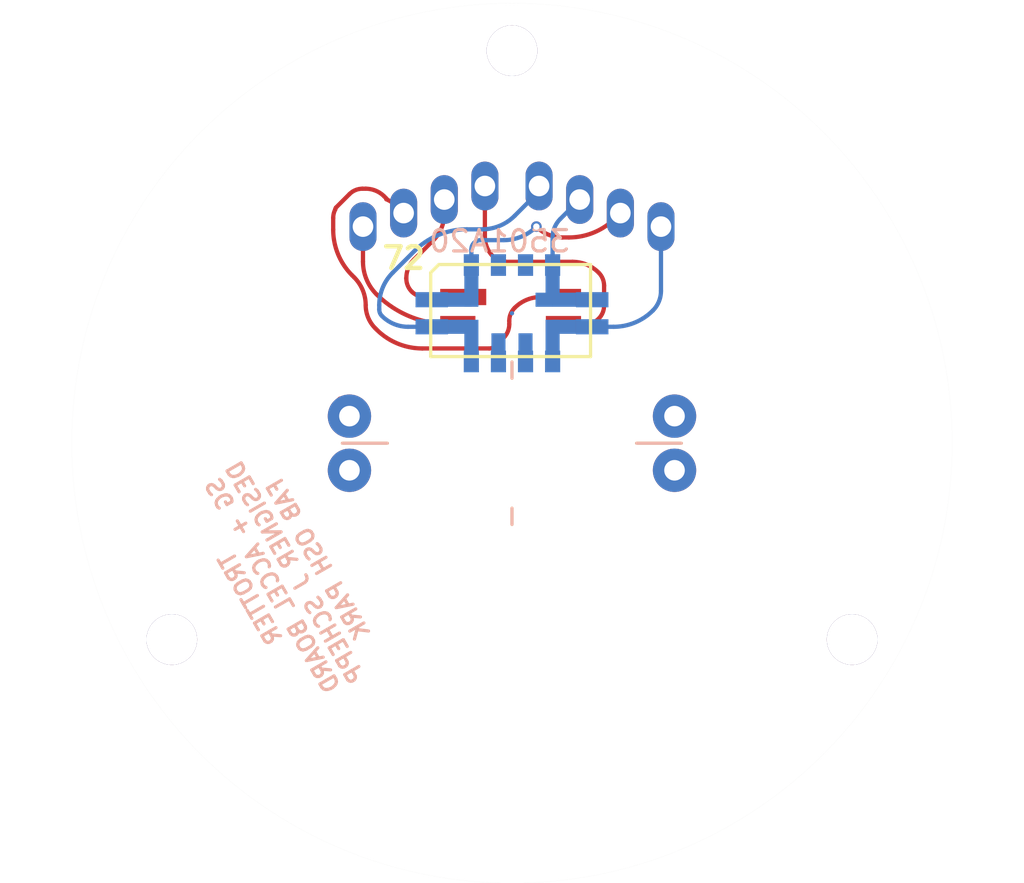
<source format=kicad_pcb>
(kicad_pcb (version 20221018) (generator pcbnew)
  (layers (0 "F.Cu" signal) (31 "B.Cu" signal) (34 "B.Paste" user) (35 "F.Paste" user) (36 "B.SilkS" user "B.Silkscreen") (37 "F.SilkS" user "F.Silkscreen") (38 "B.Mask" user) (39 "F.Mask" user) (44 "Edge.Cuts" user))
  (net 0 "")
  (footprint "" (layer "F.Cu") (at 121.92 116.205)
    (fp_text reference "" (at 0 0) (layer "F.SilkS") (effects (font (size 1.27 1.27))))
    (fp_text value "" (at 0 0) (layer "F.SilkS") (effects (font (size 1.27 1.27))))
    (pad "1" thru_hole oval (at 0 0) (size 1.27 2.286) (drill 0.9652) (layers "*.Cu" "*.Mask"))
  )
  (footprint "MicrobeadedEncapsulant_SeriesCapacitors.PcbLib:Accel PCB 72-60K-10" (layer "F.Cu") (at 127 120.904)
    (fp_text reference "72" (at -6.17711 -1.99217 unlocked) (layer "F.SilkS") (effects (font (size 1.016 1.016) (thickness 0.2032)) (justify left bottom)))
    (fp_text value "Accel" hide)
    (fp_line (start -3.81 -1.90501) (end -3.429 -2.28601) (stroke (width 0.1524)) (layer "F.SilkS"))
    (fp_line (start -3.81 2.03199) (end -3.81 -1.90501) (stroke (width 0.1524)) (layer "F.SilkS"))
    (fp_line (start -3.81 2.03199) (end 3.683 2.03199) (stroke (width 0.1524)) (layer "F.SilkS"))
    (fp_line (start -3.429 -2.28601) (end 3.683 -2.28601) (stroke (width 0.1524)) (layer "F.SilkS"))
    (fp_line (start 3.683 2.03199) (end 3.683 -2.28601) (stroke (width 0.1524)) (layer "F.SilkS"))
    (pad "1" smd rect (at -2.286 -0.76201 90) (size 0.762 2.159) (layers "F.Cu" "F.Paste" "F.Mask"))
    (pad "2" smd rect (at -2.54 0.50799 90) (size 0.762 1.651) (layers "F.Cu" "F.Paste" "F.Mask"))
    (pad "3" smd rect (at 2.413 0.50799 90) (size 0.762 1.651) (layers "F.Cu" "F.Paste" "F.Mask"))
    (pad "4" smd rect (at 2.413 -0.76201 90) (size 0.762 1.651) (layers "F.Cu" "F.Paste" "F.Mask"))
  )
  (footprint "" (layer "F.Cu") (at 119.38 125.73)
    (fp_text reference "" (at 0 0) (layer "F.SilkS") (effects (font (size 1.27 1.27))))
    (fp_text value "" (at 0 0) (layer "F.SilkS") (effects (font (size 1.27 1.27))))
    (pad "1" thru_hole circle (at 0 0) (size 2.032 2.032) (drill 0.9652) (layers "*.Cu" "*.Mask"))
  )
  (footprint "MountingHole:MountingHole_2.1mm" (layer "F.Cu") (at 142.9512 136.2075)
    (fp_text reference "REF**" hide)
    (fp_text value "MountingHole_2.1mm")
    (pad "" np_thru_hole circle (at 0 0) (size 2.1 2.1) (drill 2.1) (layers "*.Cu" "*.Mask"))
  )
  (footprint "" (layer "F.Cu") (at 132.08 116.205)
    (fp_text reference "" (at 0 0) (layer "F.SilkS") (effects (font (size 1.27 1.27))))
    (fp_text value "" (at 0 0) (layer "F.SilkS") (effects (font (size 1.27 1.27))))
    (pad "1" thru_hole oval (at 0 0) (size 1.27 2.286) (drill 0.9652) (layers "*.Cu" "*.Mask"))
  )
  (footprint "" (layer "F.Cu") (at 128.27 114.935)
    (fp_text reference "" (at 0 0) (layer "F.SilkS") (effects (font (size 1.27 1.27))))
    (fp_text value "" (at 0 0) (layer "F.SilkS") (effects (font (size 1.27 1.27))))
    (pad "1" thru_hole oval (at 0 0) (size 1.27 2.286) (drill 0.9652) (layers "*.Cu" "*.Mask"))
  )
  (footprint "" (layer "F.Cu") (at 133.985 116.84)
    (fp_text reference "" (at 0 0) (layer "F.SilkS") (effects (font (size 1.27 1.27))))
    (fp_text value "" (at 0 0) (layer "F.SilkS") (effects (font (size 1.27 1.27))))
    (pad "1" thru_hole oval (at 0 0) (size 1.27 2.286) (drill 0.9652) (layers "*.Cu" "*.Mask"))
  )
  (footprint "" (layer "F.Cu") (at 120.015 116.84)
    (fp_text reference "" (at 0 0) (layer "F.SilkS") (effects (font (size 1.27 1.27))))
    (fp_text value "" (at 0 0) (layer "F.SilkS") (effects (font (size 1.27 1.27))))
    (pad "1" thru_hole oval (at 0 0) (size 1.27 2.286) (drill 0.9652) (layers "*.Cu" "*.Mask"))
  )
  (footprint "" (layer "F.Cu") (at 134.62 128.27)
    (fp_text reference "" (at 0 0) (layer "F.SilkS") (effects (font (size 1.27 1.27))))
    (fp_text value "" (at 0 0) (layer "F.SilkS") (effects (font (size 1.27 1.27))))
    (pad "1" thru_hole circle (at 0 0) (size 2.032 1.5) (drill 0.9652) (layers "*.Cu" "*.Mask"))
  )
  (footprint "" (layer "F.Cu") (at 130.175 115.57)
    (fp_text reference "" (at 0 0) (layer "F.SilkS") (effects (font (size 1.27 1.27))))
    (fp_text value "" (at 0 0) (layer "F.SilkS") (effects (font (size 1.27 1.27))))
    (pad "1" thru_hole oval (at 0 0) (size 1.27 2.286) (drill 0.9652) (layers "*.Cu" "*.Mask"))
  )
  (footprint "" (layer "F.Cu") (at 125.73 114.935)
    (fp_text reference "" (at 0 0) (layer "F.SilkS") (effects (font (size 1.27 1.27))))
    (fp_text value "" (at 0 0) (layer "F.SilkS") (effects (font (size 1.27 1.27))))
    (pad "1" thru_hole oval (at 0 0) (size 1.27 2.286) (drill 0.9652) (layers "*.Cu" "*.Mask"))
  )
  (footprint "" (layer "F.Cu") (at 123.825 115.57)
    (fp_text reference "" (at 0 0) (layer "F.SilkS") (effects (font (size 1.27 1.27))))
    (fp_text value "" (at 0 0) (layer "F.SilkS") (effects (font (size 1.27 1.27))))
    (pad "1" thru_hole oval (at 0 0) (size 1.27 2.286) (drill 0.9652) (layers "*.Cu" "*.Mask"))
  )
  (footprint "" (layer "F.Cu") (at 119.38 128.27)
    (fp_text reference "" (at 0 0) (layer "F.SilkS") (effects (font (size 1.27 1.27))))
    (fp_text value "" (at 0 0) (layer "F.SilkS") (effects (font (size 1.27 1.27))))
    (pad "1" thru_hole circle (at 0 0) (size 2.032 2.032) (drill 0.9652) (layers "*.Cu" "*.Mask"))
  )
  (footprint "MountingHole:MountingHole_2.1mm" (layer "F.Cu") (at 127 108.585)
    (fp_text reference "REF**" hide)
    (fp_text value "MountingHole_2.1mm")
    (pad "" np_thru_hole circle (at 0 0) (size 2.1 2.1) (drill 2.1) (layers "*.Cu" "*.Mask"))
  )
  (footprint "MountingHole:MountingHole_2.1mm" (layer "F.Cu") (at 111.05134 136.2075)
    (fp_text reference "REF**" hide)
    (fp_text value "MountingHole_2.1mm")
    (pad "" np_thru_hole circle (at 0 0) (size 2.1 2.1) (drill 2.1) (layers "*.Cu" "*.Mask"))
  )
  (footprint "" (layer "F.Cu") (at 134.62 125.73)
    (fp_text reference "" (at 0 0) (layer "F.SilkS") (effects (font (size 1.27 1.27))))
    (fp_text value "" (at 0 0) (layer "F.SilkS") (effects (font (size 1.27 1.27))))
    (pad "1" thru_hole circle (at 0 0) (size 2.032 1.5) (drill 0.9652) (layers "*.Cu" "*.Mask"))
  )
  (footprint "Accel -- PCB 3501A20:accel" (layer "B.Cu") (at 127 120.904 90)
    (fp_text reference "" (at -3.81 3.81 270 unlocked) (layer "B.SilkS") (effects (font (thickness 0.1)) (justify mirror)))
    (fp_text value "accel")
    (fp_line (start 0 0) (end 0 0) (stroke (width 0.2)) (layer "B.Cu"))
    (fp_rect (start -1.7526 -2.2225) (end -0.3175 -1.5875) (stroke (width 0.0254)) (fill solid) (layer "B.Cu"))
    (fp_rect (start -1.7526 -0.9525) (end -0.9525 -0.3175) (stroke (width 0.0254)) (fill solid) (layer "B.Cu"))
    (fp_rect (start -1.7526 0.3175) (end -0.9525 0.9525) (stroke (width 0.0254)) (fill solid) (layer "B.Cu"))
    (fp_rect (start -1.7526 2.2225) (end -0.3175 1.5875) (stroke (width 0.0254)) (fill solid) (layer "B.Cu"))
    (fp_rect (start -0.3175 -1.905) (end -0.9525 -2.9972) (stroke (width 0.0254)) (fill solid) (layer "B.Cu"))
    (fp_rect (start -0.3175 1.905) (end -0.9525 2.9972) (stroke (width 0.0254)) (fill solid) (layer "B.Cu"))
    (fp_rect (start 0.3175 -2.2225) (end 1.7526 -1.5875) (stroke (width 0.0254)) (fill solid) (layer "B.Cu"))
    (fp_rect (start 0.3175 -1.905) (end 0.9525 -2.9972) (stroke (width 0.0254)) (fill solid) (layer "B.Cu"))
    (fp_rect (start 0.3175 1.905) (end 0.9525 1.1176) (stroke (width 0.0254)) (fill solid) (layer "B.Cu"))
    (fp_rect (start 0.3175 1.905) (end 0.9525 2.9972) (stroke (width 0.0254)) (fill solid) (layer "B.Cu"))
    (fp_rect (start 0.55245 2.2225) (end 1.98755 1.5875) (stroke (width 0.0254)) (fill solid) (layer "B.Cu"))
    (pad "1" smd rect (at -2.2606 1.905) (size 0.7112 1.016) (layers "B.Cu" "B.Paste" "B.Mask"))
    (pad "1" smd rect (at 0.635 3.7592 270) (size 0.7112 1.524) (layers "B.Cu" "B.Paste" "B.Mask"))
    (pad "2" smd rect (at -2.2606 0.635) (size 0.7112 1.016) (layers "B.Cu" "B.Paste" "B.Mask"))
    (pad "3" smd rect (at -2.2606 -0.635) (size 0.7112 1.016) (layers "B.Cu" "B.Paste" "B.Mask"))
    (pad "4" smd rect (at -2.2606 -1.905) (size 0.7112 1.016) (layers "B.Cu" "B.Paste" "B.Mask"))
    (pad "5" smd rect (at -0.635 -3.7592 270) (size 0.7112 1.524) (layers "B.Cu" "B.Paste" "B.Mask"))
    (pad "6" smd rect (at 0.635 -3.7592 270) (size 0.7112 1.524) (layers "B.Cu" "B.Paste" "B.Mask"))
    (pad "7" smd rect (at 2.2606 -1.905 180) (size 0.7112 1.016) (layers "B.Cu" "B.Paste" "B.Mask"))
    (pad "8" smd rect (at 2.2606 -0.635 180) (size 0.7112 1.016) (layers "B.Cu" "B.Paste" "B.Mask"))
    (pad "9" smd rect (at 2.2606 0.635 180) (size 0.7112 1.016) (layers "B.Cu" "B.Paste" "B.Mask"))
    (pad "10" smd rect (at 2.2606 1.905 180) (size 0.7112 1.016) (layers "B.Cu" "B.Paste" "B.Mask"))
    (pad "12" smd rect (at -0.635 3.7592 270) (size 0.7112 1.524) (layers "B.Cu" "B.Paste" "B.Mask"))
  )
  (gr_line (start 132.842 127) (end 134.94 127) (stroke (width 0.15)) (layer "B.SilkS"))
  (gr_line (start 127 130.048) (end 127 130.81) (stroke (width 0.15)) (layer "B.SilkS"))
  (gr_line (start 127 123.19) (end 127 123.952) (stroke (width 0.15)) (layer "B.SilkS"))
  (gr_line (start 121.158 127) (end 119.0498 127) (stroke (width 0.15)) (layer "B.SilkS"))
  (gr_line (start 121.158 127) (end 119.0498 127) (stroke (width 0.15)) (layer "F.SilkS"))
  (gr_line (start 127 123.19) (end 127 123.952) (stroke (width 0.15)) (layer "F.SilkS"))
  (gr_line (start 127 130.048) (end 127 130.81) (stroke (width 0.15)) (layer "F.SilkS"))
  (gr_line (start 132.842 127) (end 134.94 127) (stroke (width 0.15)) (layer "F.SilkS"))
  (gr_circle (center 127 127) (end 147.6375 127) (stroke (width 0.00254)) (fill none) (layer "Edge.Cuts"))
  (gr_text "3501A20" (at 129.794 118.11) (layer "B.SilkS") (effects (font (size 1 1)) (justify left bottom mirror)))
  (gr_text "TROTTER\nSG + ACCEL BOARD\nDESIGNER J SCHEPP\nFAB OSH PARK" (at 116.332 133.35 120) (layer "B.SilkS") (effects (font (size 0.762 0.762) (thickness 0.15) bold) (justify mirror)))
  (segment (start 118.753632 115.942367) (end 119.38 115.316) (width 0.2) (layer "F.Cu") (net 0))
  (segment (start 120.591013 121.607013) (end 120.65 121.666) (width 0.2) (layer "F.Cu") (net 0))
  (segment (start 122.914186 120.14199) (end 124.714 120.14199) (width 0.2) (layer "F.Cu") (net 0))
  (segment (start 122.047 119.253) (end 122.047 119.27479) (width 0.2) (layer "F.Cu") (net 0))
  (segment (start 124.022632 121.41199) (end 124.46 121.41199) (width 0.2) (layer "F.Cu") (net 0))
  (segment (start 126.72421 118.491) (end 129.83758 118.491) (width 0.2) (layer "F.Cu") (net 0))
  (segment (start 121.110619 115.557386) (end 121.110619 115.522619) (width 0.2) (layer "F.Cu") (net 0))
  (segment (start 119.507 119.126) (end 119.603184 119.222184) (width 0.2) (layer "F.Cu") (net 0))
  (segment (start 123.317 117.475) (end 122.40621 118.38579) (width 0.2) (layer "F.Cu") (net 0))
  (segment (start 126.873 121.412) (end 126.873 121.26321) (width 0.2) (layer "F.Cu") (net 0))
  (segment (start 130.450814 121.41199) (end 129.413 121.41199) (width 0.2) (layer "F.Cu") (net 0))
  (segment (start 125.73 114.935) (end 125.73 117.317185) (width 0.2) (layer "F.Cu") (net 0))
  (segment (start 119.99321 115.062) (end 120.142 115.062) (width 0.2) (layer "F.Cu") (net 0))
  (segment (start 118.745 125.095) (end 118.930987 124.909013) (width 0.2) (layer "F.Cu") (net 0))
  (segment (start 120.015 116.84) (end 120.015 118.481975) (width 0.2) (layer "F.Cu") (net 0))
  (segment (start 122.796235 122.555) (end 125.931395 122.555) (width 0.2) (layer "F.Cu") (net 0))
  (segment (start 131.318 119.61221) (end 131.318 120.54479) (width 0.2) (layer "F.Cu") (net 0))
  (segment (start 123.825 115.57) (end 123.825 116.24858) (width 0.2) (layer "F.Cu") (net 0))
  (segment (start 121.00921 115.42121) (end 121.110619 115.522619) (width 0.2) (layer "F.Cu") (net 0))
  (segment (start 121.92 116.205) (end 121.607013 115.892013) (width 0.2) (layer "F.Cu") (net 0))
  (segment (start 118.618 116.43721) (end 118.618 116.979765) (width 0.2) (layer "F.Cu") (net 0))
  (segment (start 126.238 122.428) (end 126.603592 122.062408) (width 0.2) (layer "F.Cu") (net 0))
  (segment (start 131.835025 116.449974) (end 132.08 116.205) (width 0.2) (layer "F.Cu") (net 0))
  (segment (start 129.36942 117.348) (end 129.667 117.348) (width 0.2) (layer "F.Cu") (net 0))
  (segment (start 128.353444 120.14199) (end 129.413 120.14199) (width 0.2) (layer "F.Cu") (net 0))
  (via (at 142.947856 136.207521) (size 2.3749) (drill 2.3749) (layers "F.Cu" "B.Cu") (net 0))
  (via (at 126.999996 108.585021) (size 2.3749) (drill 2.3749) (layers "F.Cu" "B.Cu") (net 0))
  (via (at 128.143 116.84) (size 0.5) (drill 0.3) (layers "F.Cu" "B.Cu") (net 0))
  (via (at 111.052136 136.207521) (size 2.3749) (drill 2.3749) (layers "F.Cu" "B.Cu") (net 0))
  (arc (start 118.618 116.979765) (mid 118.849044 118.141299) (end 119.507 119.126) (width 0.2) (layer "F.Cu") (net 0))
  (arc (start 119.38 115.316) (mid 119.661343 115.128013) (end 119.99321 115.062) (width 0.2) (layer "F.Cu") (net 0))
  (arc (start 122.40621 118.38579) (mid 122.140355 118.783669) (end 122.047 119.253) (width 0.2) (layer "F.Cu") (net 0))
  (arc (start 131.064 118.999) (mid 131.251987 119.280343) (end 131.318 119.61221) (width 0.2) (layer "F.Cu") (net 0))
  (arc (start 131.064 121.158) (mid 130.782668 121.34598) (end 130.450814 121.41199) (width 0.2) (layer "F.Cu") (net 0))
  (arc (start 120.142 115.062) (mid 120.611331 115.155356) (end 121.00921 115.42121) (width 0.2) (layer "F.Cu") (net 0))
  (arc (start 125.931395 122.555) (mid 126.097328 122.521994) (end 126.238 122.428) (width 0.2) (layer "F.Cu") (net 0))
  (arc (start 120.65 121.666) (mid 121.634701 122.323957) (end 122.796235 122.555) (width 0.2) (layer "F.Cu") (net 0))
  (arc (start 118.718429 116.027356) (mid 118.643987 116.226494) (end 118.618 116.43721) (width 0.2) (layer "F.Cu") (net 0))
  (arc (start 128.143 116.84) (mid 128.705686 117.215975) (end 129.36942 117.348) (width 0.2) (layer "F.Cu") (net 0))
  (arc (start 120.142 120.523) (mid 120.258695 121.109664) (end 120.591013 121.607013) (width 0.2) (layer "F.Cu") (net 0))
  (arc (start 129.83758 118.491) (mid 130.501313 118.623025) (end 131.064 118.999) (width 0.2) (layer "F.Cu") (net 0))
  (arc (start 127.127 120.65) (mid 127.689697 120.274018) (end 128.353444 120.14199) (width 0.2) (layer "F.Cu") (net 0))
  (arc (start 122.301 119.888) (mid 122.582332 120.075981) (end 122.914186 120.14199) (width 0.2) (layer "F.Cu") (net 0))
  (arc (start 126.603592 122.062408) (mid 126.802983 121.763999) (end 126.873 121.412) (width 0.2) (layer "F.Cu") (net 0))
  (arc (start 131.318 120.54479) (mid 131.251987 120.876656) (end 131.064 121.158) (width 0.2) (layer "F.Cu") (net 0))
  (arc (start 118.718429 116.027356) (mid 118.727578 115.981361) (end 118.753632 115.942367) (width 0.2) (layer "F.Cu") (net 0))
  (arc (start 121.607013 115.892013) (mid 121.374705 115.701358) (end 121.110619 115.557386) (width 0.2) (layer "F.Cu") (net 0))
  (arc (start 125.73 117.317185) (mid 125.829018 117.814985) (end 126.111 118.237) (width 0.2) (layer "F.Cu") (net 0))
  (arc (start 120.015 118.481975) (mid 120.180031 119.311642) (end 120.65 120.015) (width 0.2) (layer "F.Cu") (net 0))
  (arc (start 126.111 118.237) (mid 126.392343 118.424988) (end 126.72421 118.491) (width 0.2) (layer "F.Cu") (net 0))
  (arc (start 129.667 117.348) (mid 130.840327 117.114611) (end 131.835025 116.449974) (width 0.2) (layer "F.Cu") (net 0))
  (arc (start 126.873 121.26321) (mid 126.939013 120.931344) (end 127.127 120.65) (width 0.2) (layer "F.Cu") (net 0))
  (arc (start 123.825 116.24858) (mid 123.692975 116.912313) (end 123.317 117.475) (width 0.2) (layer "F.Cu") (net 0))
  (arc (start 122.047 119.27479) (mid 122.113012 119.606657) (end 122.301 119.888) (width 0.2) (layer "F.Cu") (net 0))
  (arc (start 119.603184 119.222184) (mid 120.001966 119.819003) (end 120.142 120.523) (width 0.2) (layer "F.Cu") (net 0))
  (arc (start 120.65 120.015) (mid 122.197376 121.048924) (end 124.022632 121.41199) (width 0.2) (layer "F.Cu") (net 0))
  (segment (start 122.428 117.983) (end 121.405618 119.005382) (width 0.2) (layer "B.Cu") (net 0))
  (segment (start 130.175 115.57) (end 129.26421 116.48079) (width 0.2) (layer "B.Cu") (net 0))
  (segment (start 128.905 117.348) (end 128.905 118.60375) (width 0.2) (layer "B.Cu") (net 0))
  (segment (start 120.777 120.523) (end 120.777 120.724395) (width 0.2) (layer "B.Cu") (net 0))
  (segment (start 122.13042 121.539) (end 123.2408 121.539) (width 0.2) (layer "B.Cu") (net 0))
  (segment (start 125.095 118.6434) (end 125.095 117.908605) (width 0.2) (layer "B.Cu") (net 0))
  (segment (start 125.593975 116.967) (end 124.88084 116.967) (width 0.2) (layer "B.Cu") (net 0))
  (segment (start 133.985 116.84) (end 133.985 119.857185) (width 0.2) (layer "B.Cu") (net 0))
  (segment (start 128.090395 115.368605) (end 127.127 116.332) (width 0.2) (layer "B.Cu") (net 0))
  (segment (start 125.73 117.475) (end 126.609975 117.475) (width 0.2) (layer "B.Cu") (net 0))
  (segment (start 125.528605 117.475) (end 125.73 117.475) (width 0.2) (layer "B.Cu") (net 0))
  (segment (start 131.76437 121.539) (end 130.7592 121.539) (width 0.2) (layer "B.Cu") (net 0))
  (arc (start 124.88084 116.967) (mid 123.553372 117.23105) (end 122.428 117.983) (width 0.2) (layer "B.Cu") (net 0))
  (arc (start 125.095 117.908605) (mid 125.128006 117.742672) (end 125.222 117.602) (width 0.2) (layer "B.Cu") (net 0))
  (arc (start 129.26421 116.48079) (mid 128.998355 116.878669) (end 128.905 117.348) (width 0.2) (layer "B.Cu") (net 0))
  (arc (start 133.604 120.777) (mid 132.759971 121.340962) (end 131.76437 121.539) (width 0.2) (layer "B.Cu") (net 0))
  (arc (start 126.609975 117.475) (mid 127.439642 117.309969) (end 128.143 116.84) (width 0.2) (layer "B.Cu") (net 0))
  (arc (start 121.405618 119.005382) (mid 120.940372 119.701671) (end 120.777 120.523) (width 0.2) (layer "B.Cu") (net 0))
  (arc (start 133.985 119.857185) (mid 133.885981 120.354985) (end 133.604 120.777) (width 0.2) (layer "B.Cu") (net 0))
  (arc (start 127.127 116.332) (mid 126.423643 116.801968) (end 125.593975 116.967) (width 0.2) (layer "B.Cu") (net 0))
  (arc (start 128.27 114.935) (mid 128.223322 115.169665) (end 128.090395 115.368605) (width 0.2) (layer "B.Cu") (net 0))
  (arc (start 120.777 120.724395) (mid 120.810006 120.890328) (end 120.904 121.031) (width 0.2) (layer "B.Cu") (net 0))
  (arc (start 125.222 117.602) (mid 125.362671 117.508006) (end 125.528605 117.475) (width 0.2) (layer "B.Cu") (net 0))
  (arc (start 120.904 121.031) (mid 121.466686 121.406975) (end 122.13042 121.539) (width 0.2) (layer "B.Cu") (net 0))
)
</source>
